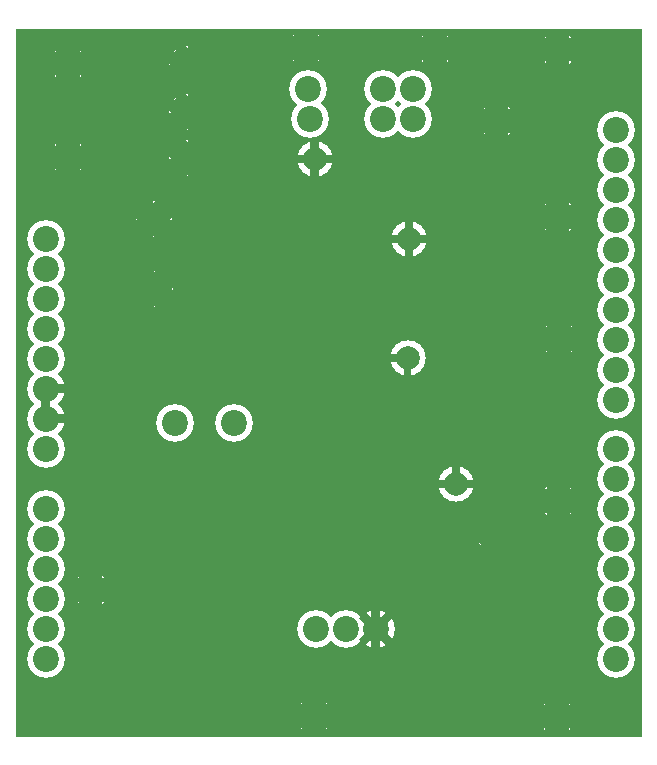
<source format=gbr>
%FSLAX34Y34*%
%MOMM*%
%LNSILK_TOP*%
G71*
G01*
%ADD10C, 3.20*%
%ADD11C, 3.00*%
%ADD12C, 3.20*%
%ADD13C, 0.67*%
%ADD14C, 2.00*%
%ADD15C, 0.73*%
%ADD16C, 0.73*%
%ADD17C, 2.20*%
%ADD18C, 2.00*%
%ADD19C, 2.20*%
%LPD*%
G36*
X0Y0D02*
X530000Y0D01*
X530000Y-600000D01*
X0Y-600000D01*
X0Y0D01*
G37*
%LPC*%
X184781Y-334381D02*
G54D10*
D03*
X134781Y-334381D02*
G54D10*
D03*
X333375Y-178469D02*
G54D11*
D03*
X458790Y-159820D02*
G54D11*
D03*
X331790Y-279270D02*
G54D11*
D03*
X117570Y-220410D02*
G54D11*
D03*
X407200Y-78060D02*
G54D11*
D03*
X373060Y-385642D02*
G54D11*
D03*
X254000Y-459060D02*
G54D11*
D03*
X382590Y-447550D02*
G54D11*
D03*
X254000Y-508000D02*
G54D12*
D03*
X279400Y-508000D02*
G54D12*
D03*
X304800Y-508000D02*
G54D12*
D03*
X25400Y-533400D02*
G54D12*
D03*
X25400Y-508000D02*
G54D12*
D03*
X25400Y-482600D02*
G54D12*
D03*
X25400Y-457200D02*
G54D12*
D03*
X25400Y-431800D02*
G54D12*
D03*
X25400Y-406400D02*
G54D12*
D03*
X25400Y-355600D02*
G54D12*
D03*
X25400Y-330200D02*
G54D12*
D03*
X25400Y-304800D02*
G54D12*
D03*
X25400Y-279400D02*
G54D12*
D03*
X25400Y-254000D02*
G54D12*
D03*
X25400Y-228600D02*
G54D12*
D03*
X508000Y-533400D02*
G54D12*
D03*
X508000Y-508000D02*
G54D12*
D03*
X508000Y-482600D02*
G54D12*
D03*
X508000Y-457200D02*
G54D12*
D03*
X508000Y-431800D02*
G54D12*
D03*
X508000Y-406400D02*
G54D12*
D03*
X508000Y-381000D02*
G54D12*
D03*
X508000Y-355600D02*
G54D12*
D03*
X508000Y-314325D02*
G54D12*
D03*
X508000Y-288925D02*
G54D12*
D03*
X508000Y-263525D02*
G54D12*
D03*
X508000Y-238125D02*
G54D12*
D03*
X508000Y-212725D02*
G54D12*
D03*
X508000Y-187325D02*
G54D12*
D03*
X508000Y-161925D02*
G54D12*
D03*
X508000Y-136525D02*
G54D12*
D03*
X25400Y-203200D02*
G54D12*
D03*
X25400Y-177800D02*
G54D12*
D03*
X253200Y-110330D02*
G54D11*
D03*
X508000Y-111125D02*
G54D12*
D03*
X508000Y-85725D02*
G54D12*
D03*
X336153Y-50800D02*
G54D12*
D03*
X336153Y-76597D02*
G54D12*
D03*
X310753Y-76200D02*
G54D12*
D03*
X310753Y-50800D02*
G54D12*
D03*
X247650Y-50800D02*
G54D12*
D03*
X249238Y-76200D02*
G54D12*
D03*
X145350Y-109680D02*
G54D11*
D03*
X205680Y-109680D02*
G54D11*
D03*
X145350Y-30300D02*
G54D11*
D03*
X145350Y-70790D02*
G54D11*
D03*
X116780Y-161270D02*
G54D11*
D03*
X63500Y-475460D02*
G54D11*
D03*
X459980Y-262730D02*
G54D11*
D03*
X459580Y-400050D02*
G54D11*
D03*
X458790Y-17860D02*
G54D11*
D03*
X252810Y-582220D02*
G54D11*
D03*
X458390Y-582610D02*
G54D11*
D03*
X44055Y-29770D02*
G54D11*
D03*
X354810Y-17070D02*
G54D11*
D03*
X245670Y-16270D02*
G54D11*
D03*
X44450Y-109140D02*
G54D11*
D03*
%LPD*%
G54D13*
G36*
X330042Y-178469D02*
X330042Y-162969D01*
X336708Y-162969D01*
X336708Y-178469D01*
X330042Y-178469D01*
G37*
G36*
X333375Y-175135D02*
X348875Y-175135D01*
X348875Y-181802D01*
X333375Y-181802D01*
X333375Y-175135D01*
G37*
G36*
X336708Y-178469D02*
X336708Y-193969D01*
X330042Y-193969D01*
X330042Y-178469D01*
X336708Y-178469D01*
G37*
G36*
X333375Y-181802D02*
X317875Y-181802D01*
X317875Y-175135D01*
X333375Y-175135D01*
X333375Y-181802D01*
G37*
G54D14*
G36*
X448790Y-159820D02*
X448790Y-144320D01*
X468790Y-144320D01*
X468790Y-159820D01*
X448790Y-159820D01*
G37*
G36*
X458790Y-149820D02*
X474290Y-149820D01*
X474290Y-169820D01*
X458790Y-169820D01*
X458790Y-149820D01*
G37*
G36*
X468790Y-159820D02*
X468790Y-175320D01*
X448790Y-175320D01*
X448790Y-159820D01*
X468790Y-159820D01*
G37*
G36*
X458790Y-169820D02*
X443290Y-169820D01*
X443290Y-149820D01*
X458790Y-149820D01*
X458790Y-169820D01*
G37*
G54D13*
G36*
X335123Y-279270D02*
X335123Y-294770D01*
X328457Y-294770D01*
X328457Y-279270D01*
X335123Y-279270D01*
G37*
G36*
X331790Y-282603D02*
X316290Y-282603D01*
X316290Y-275937D01*
X331790Y-275937D01*
X331790Y-282603D01*
G37*
G54D14*
G36*
X110499Y-213339D02*
X121459Y-202379D01*
X135601Y-216521D01*
X124641Y-227481D01*
X110499Y-213339D01*
G37*
G36*
X124641Y-213339D02*
X135601Y-224299D01*
X121459Y-238441D01*
X110499Y-227481D01*
X124641Y-213339D01*
G37*
G36*
X124641Y-227481D02*
X113681Y-238441D01*
X99539Y-224299D01*
X110499Y-213339D01*
X124641Y-227481D01*
G37*
G36*
X110499Y-227481D02*
X99539Y-216521D01*
X113681Y-202379D01*
X124641Y-213339D01*
X110499Y-227481D01*
G37*
G54D14*
G36*
X397200Y-78060D02*
X397200Y-62560D01*
X417200Y-62560D01*
X417200Y-78060D01*
X397200Y-78060D01*
G37*
G36*
X407200Y-68060D02*
X422700Y-68060D01*
X422700Y-88060D01*
X407200Y-88060D01*
X407200Y-68060D01*
G37*
G36*
X417200Y-78060D02*
X417200Y-93560D01*
X397200Y-93560D01*
X397200Y-78060D01*
X417200Y-78060D01*
G37*
G36*
X407200Y-88060D02*
X391700Y-88060D01*
X391700Y-68060D01*
X407200Y-68060D01*
X407200Y-88060D01*
G37*
G54D13*
G36*
X369727Y-385642D02*
X369727Y-370142D01*
X376393Y-370142D01*
X376393Y-385642D01*
X369727Y-385642D01*
G37*
G36*
X373060Y-382309D02*
X388560Y-382309D01*
X388560Y-388976D01*
X373060Y-388976D01*
X373060Y-382309D01*
G37*
G36*
X373060Y-388976D02*
X357560Y-388976D01*
X357560Y-382309D01*
X373060Y-382309D01*
X373060Y-388976D01*
G37*
G54D14*
G36*
X244000Y-459060D02*
X244000Y-443560D01*
X264000Y-443560D01*
X264000Y-459060D01*
X244000Y-459060D01*
G37*
G36*
X246929Y-451989D02*
X257889Y-441029D01*
X272031Y-455171D01*
X261071Y-466131D01*
X246929Y-451989D01*
G37*
G36*
X254000Y-449060D02*
X269500Y-449060D01*
X269500Y-469060D01*
X254000Y-469060D01*
X254000Y-449060D01*
G37*
G36*
X261071Y-451989D02*
X272031Y-462949D01*
X257889Y-477091D01*
X246929Y-466131D01*
X261071Y-451989D01*
G37*
G36*
X264000Y-459060D02*
X264000Y-474560D01*
X244000Y-474560D01*
X244000Y-459060D01*
X264000Y-459060D01*
G37*
G36*
X261071Y-466131D02*
X250111Y-477091D01*
X235969Y-462949D01*
X246929Y-451989D01*
X261071Y-466131D01*
G37*
G36*
X254000Y-469060D02*
X238500Y-469060D01*
X238500Y-449060D01*
X254000Y-449060D01*
X254000Y-469060D01*
G37*
G36*
X246929Y-466131D02*
X235969Y-455171D01*
X250111Y-441029D01*
X261071Y-451989D01*
X246929Y-466131D01*
G37*
G54D14*
G36*
X372590Y-447550D02*
X372590Y-432050D01*
X392590Y-432050D01*
X392590Y-447550D01*
X372590Y-447550D01*
G37*
G36*
X375519Y-440479D02*
X386479Y-429519D01*
X400621Y-443661D01*
X389661Y-454621D01*
X375519Y-440479D01*
G37*
G36*
X382590Y-437550D02*
X398090Y-437550D01*
X398090Y-457550D01*
X382590Y-457550D01*
X382590Y-437550D01*
G37*
G36*
X389661Y-440479D02*
X400621Y-451439D01*
X386479Y-465581D01*
X375519Y-454621D01*
X389661Y-440479D01*
G37*
G36*
X392590Y-447550D02*
X392590Y-463050D01*
X372590Y-463050D01*
X372590Y-447550D01*
X392590Y-447550D01*
G37*
G36*
X389661Y-454621D02*
X378701Y-465581D01*
X364559Y-451439D01*
X375519Y-440479D01*
X389661Y-454621D01*
G37*
G36*
X382590Y-457550D02*
X367090Y-457550D01*
X367090Y-437550D01*
X382590Y-437550D01*
X382590Y-457550D01*
G37*
G36*
X375519Y-454621D02*
X364559Y-443661D01*
X378701Y-429519D01*
X389661Y-440479D01*
X375519Y-454621D01*
G37*
G54D15*
G36*
X301133Y-508000D02*
X301133Y-491500D01*
X308467Y-491500D01*
X308467Y-508000D01*
X301133Y-508000D01*
G37*
G36*
X302207Y-505407D02*
X313875Y-493740D01*
X319060Y-498926D01*
X307393Y-510593D01*
X302207Y-505407D01*
G37*
G36*
X307393Y-505407D02*
X319060Y-517074D01*
X313875Y-522260D01*
X302207Y-510593D01*
X307393Y-505407D01*
G37*
G36*
X308467Y-508000D02*
X308467Y-524500D01*
X301133Y-524500D01*
X301133Y-508000D01*
X308467Y-508000D01*
G37*
G36*
X307393Y-510593D02*
X295725Y-522260D01*
X290540Y-517074D01*
X302207Y-505407D01*
X307393Y-510593D01*
G37*
G36*
X302207Y-510593D02*
X290540Y-498926D01*
X295725Y-493740D01*
X307393Y-505407D01*
X302207Y-510593D01*
G37*
G54D15*
G36*
X21733Y-330200D02*
X21733Y-313700D01*
X29067Y-313700D01*
X29067Y-330200D01*
X21733Y-330200D01*
G37*
G36*
X25400Y-326533D02*
X41900Y-326533D01*
X41900Y-333867D01*
X25400Y-333867D01*
X25400Y-326533D01*
G37*
G54D15*
G36*
X25400Y-301133D02*
X41900Y-301133D01*
X41900Y-308467D01*
X25400Y-308467D01*
X25400Y-301133D01*
G37*
G36*
X29067Y-304800D02*
X29067Y-321300D01*
X21733Y-321300D01*
X21733Y-304800D01*
X29067Y-304800D01*
G37*
G54D16*
G36*
X249567Y-110330D02*
X249567Y-94830D01*
X256833Y-94830D01*
X256833Y-110330D01*
X249567Y-110330D01*
G37*
G36*
X253200Y-106697D02*
X268700Y-106697D01*
X268700Y-113963D01*
X253200Y-113963D01*
X253200Y-106697D01*
G37*
G36*
X256833Y-110330D02*
X256833Y-125830D01*
X249567Y-125830D01*
X249567Y-110330D01*
X256833Y-110330D01*
G37*
G36*
X253200Y-113963D02*
X237700Y-113963D01*
X237700Y-106697D01*
X253200Y-106697D01*
X253200Y-113963D01*
G37*
G54D14*
G36*
X138279Y-102609D02*
X149239Y-91649D01*
X163381Y-105791D01*
X152421Y-116751D01*
X138279Y-102609D01*
G37*
G36*
X145350Y-99680D02*
X160850Y-99680D01*
X160850Y-119680D01*
X145350Y-119680D01*
X145350Y-99680D01*
G37*
G36*
X152421Y-102609D02*
X163381Y-113569D01*
X149239Y-127711D01*
X138279Y-116751D01*
X152421Y-102609D01*
G37*
G36*
X152421Y-116751D02*
X141461Y-127711D01*
X127319Y-113569D01*
X138279Y-102609D01*
X152421Y-116751D01*
G37*
G36*
X138279Y-116751D02*
X127319Y-105791D01*
X141461Y-91649D01*
X152421Y-102609D01*
X138279Y-116751D01*
G37*
G54D14*
G36*
X195680Y-109680D02*
X195680Y-94180D01*
X215680Y-94180D01*
X215680Y-109680D01*
X195680Y-109680D01*
G37*
G36*
X198609Y-102609D02*
X209569Y-91649D01*
X223711Y-105791D01*
X212751Y-116751D01*
X198609Y-102609D01*
G37*
G36*
X205680Y-99680D02*
X221180Y-99680D01*
X221180Y-119680D01*
X205680Y-119680D01*
X205680Y-99680D01*
G37*
G36*
X212751Y-102609D02*
X223711Y-113569D01*
X209569Y-127711D01*
X198609Y-116751D01*
X212751Y-102609D01*
G37*
G36*
X215680Y-109680D02*
X215680Y-125180D01*
X195680Y-125180D01*
X195680Y-109680D01*
X215680Y-109680D01*
G37*
G36*
X212751Y-116751D02*
X201791Y-127711D01*
X187649Y-113569D01*
X198609Y-102609D01*
X212751Y-116751D01*
G37*
G36*
X205680Y-119680D02*
X190180Y-119680D01*
X190180Y-99680D01*
X205680Y-99680D01*
X205680Y-119680D01*
G37*
G36*
X198609Y-116751D02*
X187649Y-105791D01*
X201791Y-91649D01*
X212751Y-102609D01*
X198609Y-116751D01*
G37*
G54D14*
G36*
X138279Y-23229D02*
X149239Y-12269D01*
X163381Y-26411D01*
X152421Y-37371D01*
X138279Y-23229D01*
G37*
G36*
X152421Y-23229D02*
X163381Y-34189D01*
X149239Y-48331D01*
X138279Y-37371D01*
X152421Y-23229D01*
G37*
G36*
X152421Y-37371D02*
X141461Y-48331D01*
X127319Y-34189D01*
X138279Y-23229D01*
X152421Y-37371D01*
G37*
G36*
X138279Y-37371D02*
X127319Y-26411D01*
X141461Y-12269D01*
X152421Y-23229D01*
X138279Y-37371D01*
G37*
G54D14*
G36*
X138279Y-63719D02*
X149239Y-52759D01*
X163381Y-66901D01*
X152421Y-77861D01*
X138279Y-63719D01*
G37*
G36*
X145350Y-60790D02*
X160850Y-60790D01*
X160850Y-80790D01*
X145350Y-80790D01*
X145350Y-60790D01*
G37*
G36*
X152421Y-63719D02*
X163381Y-74679D01*
X149239Y-88821D01*
X138279Y-77861D01*
X152421Y-63719D01*
G37*
G36*
X152421Y-77861D02*
X141461Y-88821D01*
X127319Y-74679D01*
X138279Y-63719D01*
X152421Y-77861D01*
G37*
G36*
X138279Y-77861D02*
X127319Y-66901D01*
X141461Y-52759D01*
X152421Y-63719D01*
X138279Y-77861D01*
G37*
G54D14*
G36*
X109709Y-154199D02*
X120669Y-143239D01*
X134811Y-157381D01*
X123851Y-168341D01*
X109709Y-154199D01*
G37*
G36*
X123851Y-154199D02*
X134811Y-165159D01*
X120669Y-179301D01*
X109709Y-168341D01*
X123851Y-154199D01*
G37*
G36*
X123851Y-168341D02*
X112891Y-179301D01*
X98749Y-165159D01*
X109709Y-154199D01*
X123851Y-168341D01*
G37*
G36*
X109709Y-168341D02*
X98749Y-157381D01*
X112891Y-143239D01*
X123851Y-154199D01*
X109709Y-168341D01*
G37*
G54D14*
G36*
X53500Y-475460D02*
X53500Y-459960D01*
X73500Y-459960D01*
X73500Y-475460D01*
X53500Y-475460D01*
G37*
G36*
X63500Y-465460D02*
X79000Y-465460D01*
X79000Y-485460D01*
X63500Y-485460D01*
X63500Y-465460D01*
G37*
G36*
X73500Y-475460D02*
X73500Y-490960D01*
X53500Y-490960D01*
X53500Y-475460D01*
X73500Y-475460D01*
G37*
G36*
X63500Y-485460D02*
X48000Y-485460D01*
X48000Y-465460D01*
X63500Y-465460D01*
X63500Y-485460D01*
G37*
G54D14*
G36*
X449980Y-262730D02*
X449980Y-247230D01*
X469980Y-247230D01*
X469980Y-262730D01*
X449980Y-262730D01*
G37*
G36*
X459980Y-252730D02*
X475480Y-252730D01*
X475480Y-272730D01*
X459980Y-272730D01*
X459980Y-252730D01*
G37*
G36*
X469980Y-262730D02*
X469980Y-278230D01*
X449980Y-278230D01*
X449980Y-262730D01*
X469980Y-262730D01*
G37*
G36*
X459980Y-272730D02*
X444480Y-272730D01*
X444480Y-252730D01*
X459980Y-252730D01*
X459980Y-272730D01*
G37*
G54D14*
G36*
X449580Y-400050D02*
X449580Y-384550D01*
X469580Y-384550D01*
X469580Y-400050D01*
X449580Y-400050D01*
G37*
G36*
X459580Y-390050D02*
X475080Y-390050D01*
X475080Y-410050D01*
X459580Y-410050D01*
X459580Y-390050D01*
G37*
G36*
X469580Y-400050D02*
X469580Y-415550D01*
X449580Y-415550D01*
X449580Y-400050D01*
X469580Y-400050D01*
G37*
G36*
X459580Y-410050D02*
X444080Y-410050D01*
X444080Y-390050D01*
X459580Y-390050D01*
X459580Y-410050D01*
G37*
G54D14*
G36*
X448790Y-17860D02*
X448790Y-2360D01*
X468790Y-2360D01*
X468790Y-17860D01*
X448790Y-17860D01*
G37*
G36*
X458790Y-7860D02*
X474290Y-7860D01*
X474290Y-27860D01*
X458790Y-27860D01*
X458790Y-7860D01*
G37*
G36*
X468790Y-17860D02*
X468790Y-33360D01*
X448790Y-33360D01*
X448790Y-17860D01*
X468790Y-17860D01*
G37*
G36*
X458790Y-27860D02*
X443290Y-27860D01*
X443290Y-7860D01*
X458790Y-7860D01*
X458790Y-27860D01*
G37*
G54D14*
G36*
X242810Y-582220D02*
X242810Y-566720D01*
X262810Y-566720D01*
X262810Y-582220D01*
X242810Y-582220D01*
G37*
G36*
X252810Y-572220D02*
X268310Y-572220D01*
X268310Y-592220D01*
X252810Y-592220D01*
X252810Y-572220D01*
G37*
G36*
X262810Y-582220D02*
X262810Y-597720D01*
X242810Y-597720D01*
X242810Y-582220D01*
X262810Y-582220D01*
G37*
G36*
X252810Y-592220D02*
X237310Y-592220D01*
X237310Y-572220D01*
X252810Y-572220D01*
X252810Y-592220D01*
G37*
G54D14*
G36*
X448390Y-582610D02*
X448390Y-567110D01*
X468390Y-567110D01*
X468390Y-582610D01*
X448390Y-582610D01*
G37*
G36*
X458390Y-572610D02*
X473890Y-572610D01*
X473890Y-592610D01*
X458390Y-592610D01*
X458390Y-572610D01*
G37*
G36*
X468390Y-582610D02*
X468390Y-598110D01*
X448390Y-598110D01*
X448390Y-582610D01*
X468390Y-582610D01*
G37*
G36*
X458390Y-592610D02*
X442890Y-592610D01*
X442890Y-572610D01*
X458390Y-572610D01*
X458390Y-592610D01*
G37*
G54D14*
G36*
X34055Y-29770D02*
X34055Y-14270D01*
X54055Y-14270D01*
X54055Y-29770D01*
X34055Y-29770D01*
G37*
G36*
X44055Y-19770D02*
X59555Y-19770D01*
X59555Y-39770D01*
X44055Y-39770D01*
X44055Y-19770D01*
G37*
G36*
X54055Y-29770D02*
X54055Y-45270D01*
X34055Y-45270D01*
X34055Y-29770D01*
X54055Y-29770D01*
G37*
G36*
X44055Y-39770D02*
X28555Y-39770D01*
X28555Y-19770D01*
X44055Y-19770D01*
X44055Y-39770D01*
G37*
G54D14*
G36*
X344810Y-17070D02*
X344810Y-1570D01*
X364810Y-1570D01*
X364810Y-17070D01*
X344810Y-17070D01*
G37*
G36*
X354810Y-7070D02*
X370310Y-7070D01*
X370310Y-27070D01*
X354810Y-27070D01*
X354810Y-7070D01*
G37*
G36*
X364810Y-17070D02*
X364810Y-32570D01*
X344810Y-32570D01*
X344810Y-17070D01*
X364810Y-17070D01*
G37*
G36*
X354810Y-27070D02*
X339310Y-27070D01*
X339310Y-7070D01*
X354810Y-7070D01*
X354810Y-27070D01*
G37*
G54D14*
G36*
X235670Y-16270D02*
X235670Y-770D01*
X255670Y-770D01*
X255670Y-16270D01*
X235670Y-16270D01*
G37*
G36*
X245670Y-6270D02*
X261170Y-6270D01*
X261170Y-26270D01*
X245670Y-26270D01*
X245670Y-6270D01*
G37*
G36*
X255670Y-16270D02*
X255670Y-31770D01*
X235670Y-31770D01*
X235670Y-16270D01*
X255670Y-16270D01*
G37*
G36*
X245670Y-26270D02*
X230170Y-26270D01*
X230170Y-6270D01*
X245670Y-6270D01*
X245670Y-26270D01*
G37*
G54D14*
G36*
X34450Y-109140D02*
X34450Y-93640D01*
X54450Y-93640D01*
X54450Y-109140D01*
X34450Y-109140D01*
G37*
G36*
X44450Y-99140D02*
X59950Y-99140D01*
X59950Y-119140D01*
X44450Y-119140D01*
X44450Y-99140D01*
G37*
G36*
X54450Y-109140D02*
X54450Y-124640D01*
X34450Y-124640D01*
X34450Y-109140D01*
X54450Y-109140D01*
G37*
G36*
X44450Y-119140D02*
X28950Y-119140D01*
X28950Y-99140D01*
X44450Y-99140D01*
X44450Y-119140D01*
G37*
X184781Y-334381D02*
G54D17*
D03*
X134781Y-334381D02*
G54D17*
D03*
X333375Y-178469D02*
G54D18*
D03*
X458790Y-159820D02*
G54D18*
D03*
X331790Y-279270D02*
G54D18*
D03*
X117570Y-220410D02*
G54D18*
D03*
X407200Y-78060D02*
G54D18*
D03*
X373060Y-385642D02*
G54D18*
D03*
X254000Y-459060D02*
G54D18*
D03*
X382590Y-447550D02*
G54D18*
D03*
X254000Y-508000D02*
G54D19*
D03*
X279400Y-508000D02*
G54D19*
D03*
X304800Y-508000D02*
G54D19*
D03*
X25400Y-533400D02*
G54D19*
D03*
X25400Y-508000D02*
G54D19*
D03*
X25400Y-482600D02*
G54D19*
D03*
X25400Y-457200D02*
G54D19*
D03*
X25400Y-431800D02*
G54D19*
D03*
X25400Y-406400D02*
G54D19*
D03*
X25400Y-355600D02*
G54D19*
D03*
X25400Y-330200D02*
G54D19*
D03*
X25400Y-304800D02*
G54D19*
D03*
X25400Y-279400D02*
G54D19*
D03*
X25400Y-254000D02*
G54D19*
D03*
X25400Y-228600D02*
G54D19*
D03*
X508000Y-533400D02*
G54D19*
D03*
X508000Y-508000D02*
G54D19*
D03*
X508000Y-482600D02*
G54D19*
D03*
X508000Y-457200D02*
G54D19*
D03*
X508000Y-431800D02*
G54D19*
D03*
X508000Y-406400D02*
G54D19*
D03*
X508000Y-381000D02*
G54D19*
D03*
X508000Y-355600D02*
G54D19*
D03*
X508000Y-314325D02*
G54D19*
D03*
X508000Y-288925D02*
G54D19*
D03*
X508000Y-263525D02*
G54D19*
D03*
X508000Y-238125D02*
G54D19*
D03*
X508000Y-212725D02*
G54D19*
D03*
X508000Y-187325D02*
G54D19*
D03*
X508000Y-161925D02*
G54D19*
D03*
X508000Y-136525D02*
G54D19*
D03*
X25400Y-203200D02*
G54D19*
D03*
X25400Y-177800D02*
G54D19*
D03*
X253200Y-110330D02*
G54D18*
D03*
X508000Y-111125D02*
G54D19*
D03*
X508000Y-85725D02*
G54D19*
D03*
X336153Y-50800D02*
G54D19*
D03*
X336153Y-76597D02*
G54D19*
D03*
X310753Y-76200D02*
G54D19*
D03*
X310753Y-50800D02*
G54D19*
D03*
X247650Y-50800D02*
G54D19*
D03*
X249238Y-76200D02*
G54D19*
D03*
X145350Y-109680D02*
G54D18*
D03*
X205680Y-109680D02*
G54D18*
D03*
X145350Y-30300D02*
G54D18*
D03*
X145350Y-70790D02*
G54D18*
D03*
X116780Y-161270D02*
G54D18*
D03*
X63500Y-475460D02*
G54D18*
D03*
X459980Y-262730D02*
G54D18*
D03*
X459580Y-400050D02*
G54D18*
D03*
X458790Y-17860D02*
G54D18*
D03*
X252810Y-582220D02*
G54D18*
D03*
X458390Y-582610D02*
G54D18*
D03*
X44055Y-29770D02*
G54D18*
D03*
X354810Y-17070D02*
G54D18*
D03*
X245670Y-16270D02*
G54D18*
D03*
X44450Y-109140D02*
G54D18*
D03*
M02*

</source>
